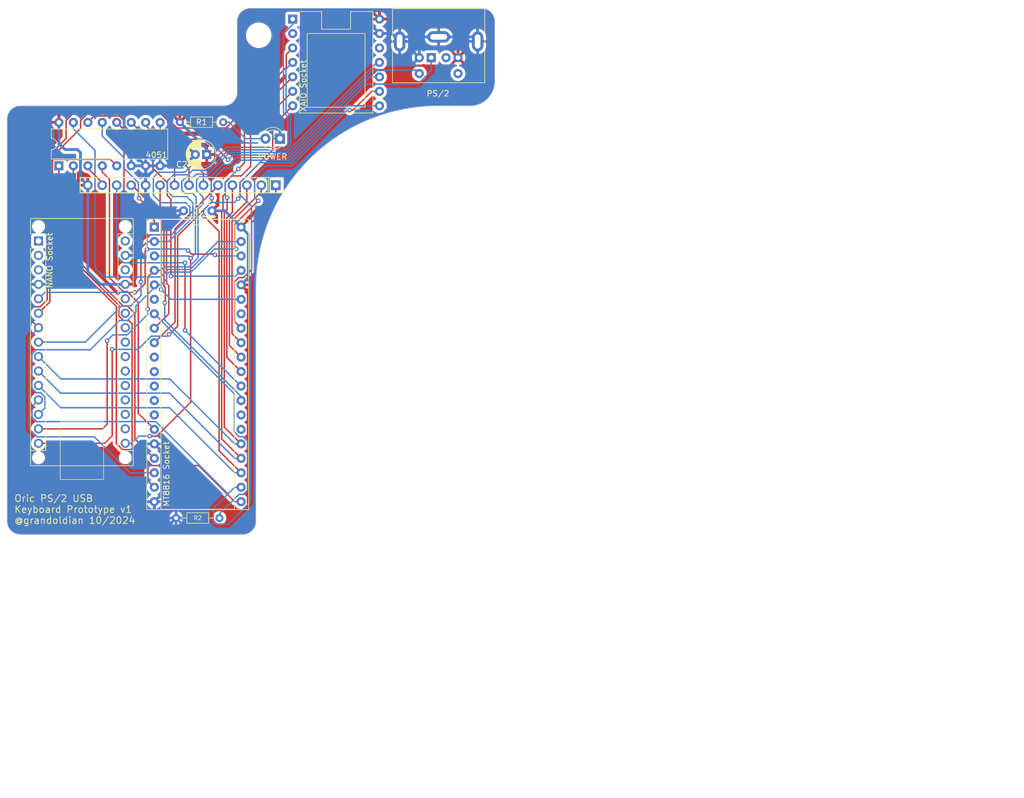
<source format=kicad_pcb>
(kicad_pcb (version 20240108) (generator "pcbnew") (generator_version "8.0")
  (layers (0 "F.Cu" signal) (31 "B.Cu" signal) (34 "B.Paste" user) (35 "F.Paste" user) (36 "B.SilkS" user "B.Silkscreen") (37 "F.SilkS" user "F.Silkscreen") (38 "B.Mask" user) (39 "F.Mask" user) (44 "Edge.Cuts" user))
  (net 0 "")
  (net 1 "GND")
  (net 2 "+5V")
  (net 3 "Net-(PL1-ROW2)")
  (net 4 "ROW0")
  (net 5 "ROW1")
  (net 6 "ROW2")
  (net 7 "ROW3")
  (net 10 "COL0")
  (net 11 "COL1")
  (net 12 "COL2")
  (net 13 "COL3")
  (net 14 "COL4")
  (net 15 "COL5")
  (net 16 "COL6")
  (net 17 "COL7")
  (net 18 "Net-(PL1-ROW1)")
  (net 19 "ROW7")
  (net 20 "PS2-DATA")
  (net 22 "PS2-CLK")
  (net 24 "FLOAT")
  (net 25 "AY2")
  (net 26 "RESET")
  (net 27 "AX3")
  (net 28 "AX0")
  (net 29 "Net-(PL1-ROW0)")
  (net 30 "ROW5")
  (net 31 "STROBE")
  (net 32 "AX1")
  (net 33 "AX2")
  (net 34 "AY0")
  (net 35 "AY1")
  (net 36 "ROW6")
  (net 37 "DATA")
  (net 38 "ROW4")
  (net 61 "COM")
  (net 64 "Net-(D17-A)")
  (footprint "Arduino:Arduino_Nano_WithMountingHoles" (layer "F.Cu") (at 31.82 63.08)
    (property "Reference" "U2" (hide yes))
    (property "Value" "NANO Socket")
  )
  (footprint "MountingHole:MountingHole_4mm" (layer "F.Cu") (at 70.5 26.94)
    (property "Reference" "H1" (hide yes))
    (property "Value" "MountingHole_4mm")
  )
  (footprint "Package_DIP:DIP-40_W15.24mm_Socket" (layer "F.Cu") (at 52.16 60.64)
    (property "Reference" "U1" (hide yes))
    (property "Value" "MT8816 Socket")
  )
  (footprint "LED_THT:LED_D3.0mm" (layer "F.Cu") (at 74.215 45.1 180)
    (property "Reference" "D17" (hide yes))
    (property "Value" "POWER")
  )
  (footprint "Arduino:Connector_Mini-DIN_Female_6Pin_2rows" (layer "F.Cu") (at 100.79 30.87 180)
    (property "Reference" "J3" (hide yes))
    (property "Value" "PS/2")
  )
  (footprint "Package_DIP:DIP-16_W7.62mm" (layer "F.Cu") (at 35.4 49.87 90)
    (property "Reference" "U3" (hide yes))
    (property "Value" "4051")
  )
  (footprint "Resistor_THT:R_Axial_DIN0204_L3.6mm_D1.6mm_P7.62mm_Horizontal" (layer "F.Cu") (at 56.64 42.21)
    (property "Reference" "R1")
    (property "Value" "470R")
  )
  (footprint "Connector_PinHeader_2.54mm:PinHeader_1x14_P2.54mm_Vertical" (layer "F.Cu") (at 73.49 53.28 -90)
    (property "Reference" "PL1" (hide yes))
    (property "Value" "Keyboard")
  )
  (footprint "Arduino:XAIO 14PIN" (layer "F.Cu") (at 76.46 24.09)
    (property "Reference" "U7" (hide yes))
    (property "Value" "XAIO Socket")
  )
  (footprint "Capacitor_THT:CP_Radial_D5.0mm_P2.00mm" (layer "F.Cu") (at 61.36 47.89 180)
    (property "Reference" "C2")
    (property "Value" "47uF" (hide yes))
  )
  (footprint "Capacitor_THT:C_Disc_D4.3mm_W1.9mm_P5.00mm" (layer "F.Cu") (at 57.285 57.78)
    (property "Reference" "C1" (hide yes))
    (property "Value" "47nF" (hide yes))
  )
  (footprint "Resistor_THT:R_Axial_DIN0204_L3.6mm_D1.6mm_P7.62mm_Horizontal" (layer "F.Cu") (at 63.595 111.77 180)
    (property "Reference" "R2" (hide yes))
    (property "Value" "10K" (hide yes))
  )
  (gr_rect (start 39.15 51.95) (end 74.82 54.61) (stroke (width 0.15)) (fill none) (layer "F.SilkS"))
  (gr_line (start 109.630356 22.18) (end 69.02 22.18) (stroke (width 0.1)) (layer "Edge.Cuts"))
  (gr_line (start 66.69 24.51) (end 66.69 36.982441) (stroke (width 0.1)) (layer "Edge.Cuts"))
  (gr_arc (start 66.69 24.51) (mid 67.372441 22.862441) (end 69.02 22.18) (stroke (width 0.1)) (layer "Edge.Cuts"))
  (gr_line (start 70.01 111.37) (end 70.012441 112.352441) (stroke (width 0.1)) (layer "Edge.Cuts"))
  (gr_arc (start 70.01 71.36) (mid 79.382583 48.732583) (end 102.01 39.36) (stroke (width 0.1)) (layer "Edge.Cuts"))
  (gr_arc (start 28.637559 114.682441) (mid 26.99 114) (end 26.307559 112.352441) (stroke (width 0.1)) (layer "Edge.Cuts"))
  (gr_line (start 111.960356 35.009644) (end 111.960356 24.51) (stroke (width 0.1)) (layer "Edge.Cuts"))
  (gr_arc (start 109.630356 22.18) (mid 111.277915 22.862441) (end 111.960356 24.51) (stroke (width 0.1)) (layer "Edge.Cuts"))
  (gr_line (start 70.01 71.36) (end 70.01 111.37) (stroke (width 0.1)) (layer "Edge.Cuts"))
  (gr_arc (start 70.012441 112.352441) (mid 69.33 114) (end 67.682441 114.682441) (stroke (width 0.1)) (layer "Edge.Cuts"))
  (gr_arc (start 26.307559 41.647559) (mid 26.99 40) (end 28.637559 39.317559) (stroke (width 0.1)) (layer "Edge.Cuts"))
  (gr_line (start 28.637559 114.682441) (end 67.682441 114.682441) (stroke (width 0.1)) (layer "Edge.Cuts"))
  (gr_arc (start 111.960356 35.009644) (mid 110.686166 38.08581) (end 107.61 39.36) (stroke (width 0.1)) (layer "Edge.Cuts"))
  (gr_line (start 26.307559 41.647559) (end 26.307559 112.352441) (stroke (width 0.1)) (layer "Edge.Cuts"))
  (gr_arc (start 66.69 36.982441) (mid 66.007559 38.63) (end 64.36 39.312441) (stroke (width 0.1)) (layer "Edge.Cuts"))
  (gr_line (start 64.36 39.312441) (end 28.637559 39.317559) (stroke (width 0.1)) (layer "Edge.Cuts"))
  (gr_line (start 102.01 39.36) (end 107.61 39.36) (stroke (width 0.1)) (layer "Edge.Cuts"))
  (gr_text "Oric PS/2 USB\nKeyboard Prototype v1\n@grandoldian 10/2024" (at 27.5 112.89 0) (layer "F.SilkS") (effects (font (size 1.2 1.2)) (justify left bottom)))
  (segment (start 29.3625 39.5675) (end 26.5576 42.3724) (width 0.5) (layer "B.Cu") (net 1))
  (segment (start 46.85 46.08) (end 46.85 39.575) (width 0.5) (layer "B.Cu") (net 1))
  (segment (start 108.14 27.22) (end 108.94 28.02) (width 0.5) (layer "B.Cu") (net 1))
  (segment (start 26.5576 42.3724) (end 26.5576 70.7) (width 0.5) (layer "B.Cu") (net 1))
  (segment (start 98.68 27.22) (end 96.04 27.22) (width 0.5) (layer "B.Cu") (net 1))
  (segment (start 74.215 45.1) (end 72.9883 45.1) (width 0.25) (layer "B.Cu") (net 1))
  (segment (start 67.47 24.71) (end 67.47 37.53) (width 0.5) (layer "B.Cu") (net 1))
  (segment (start 50.64 49.87) (end 50.64 53.27) (width 0.5) (layer "B.Cu") (net 1))
  (segment (start 72.24 51.33) (end 72.41 51.16) (width 0.4) (layer "B.Cu") (net 1))
  (segment (start 66.94 38.0547) (end 66.7776 38.2171) (width 0.5) (layer "B.Cu") (net 1))
  (segment (start 48.1 49.87) (end 50.64 49.87) (width 0.5) (layer "B.Cu") (net 1))
  (segment (start 52.12 114.432) (end 53.3126 114.432) (width 0.5) (layer "B.Cu") (net 1))
  (segment (start 46.85 39.575) (end 46.84 39.565) (width 0.5) (layer "B.Cu") (net 1))
  (segment (start 69.807565 58.402435) (end 72.24 55.97) (width 0.4) (layer "B.Cu") (net 1))
  (segment (start 50.64 49.87) (end 53.18 49.87) (width 0.5) (layer "B.Cu") (net 1))
  (segment (start 98.69 27.23) (end 98.68 27.22) (width 0.5) (layer "B.Cu") (net 1))
  (segment (start 102.09 27.22) (end 108.14 27.22) (width 0.5) (layer "B.Cu") (net 1))
  (segment (start 63.44 39.5626) (end 46.84 39.565) (width 0.5) (layer "B.Cu") (net 1))
  (segment (start 91.7 26.63) (end 87.5 22.43) (width 0.5) (layer "B.Cu") (net 1))
  (segment (start 90.98 40.98) (end 92.385939 40.623934) (width 0.4) (layer "B.Cu") (net 1))
  (segment (start 26.5576 111.518) (end 29.4724 114.432) (width 0.5) (layer "B.Cu") (net 1))
  (segment (start 53.41 99.99) (end 52.16 98.74) (width 0.5) (layer "B.Cu") (net 1))
  (segment (start 69.807565 109.987565) (end 69.807565 58.402435) (width 0.4) (layer "B.Cu") (net 1))
  (segment (start 93.434937 39.574937) (end 102.17 37.55) (width 0.4) (layer "B.Cu") (net 1))
  (segment (start 96.04 27.22) (end 95.24 28.02) (width 0.5) (layer "B.Cu") (net 1))
  (segment (start 57.285 57.78) (end 50.74 57.78) (width 0.5) (layer "B.Cu") (net 1))
  (segment (start 50.64 49.87) (end 46.85 46.08) (width 0.5) (layer "B.Cu") (net 1))
  (segment (start 91.7 26.63) (end 93.85 26.63) (width 0.5) (layer "B.Cu") (net 1))
  (segment (start 67.47 37.53) (end 66.9453 38.0547) (width 0.5) (layer "B.Cu") (net 1))
  (segment (start 69.75 22.43) (end 67.47 24.71) (width 0.5) (layer "B.Cu") (net 1))
  (segment (start 53.41 107.65) (end 53.41 99.99) (width 0.5) (layer "B.Cu") (net 1))
  (segment (start 48.92 59.63) (end 48.92 65.13) (width 0.5) (layer "B.Cu") (net 1))
  (segment (start 72.9883 44.4278) (end 72.9883 45.1) (width 0.25) (layer "B.Cu") (net 1))
  (segment (start 55.975 111.77) (end 58.687441 114.482441) (width 0.4) (layer "B.Cu") (net 1))
  (segment (start 66.9453 38.0547) (end 66.94 38.0547) (width 0.5) (layer "B.Cu") (net 1))
  (segment (start 65.4321 39.5626) (end 63.44 39.5626) (width 0.5) (layer "B.Cu") (net 1))
  (segment (start 93.85 26.63) (end 95.24 28.02) (width 0.5) (layer "B.Cu") (net 1))
  (segment (start 53.18 49.87) (end 57.38 49.87) (width 0.5) (layer "B.Cu") (net 1))
  (segment (start 87.5 22.43) (end 69.75 22.43) (width 0.5) (layer "B.Cu") (net 1))
  (segment (start 69.81 109.99) (end 69.807565 109.987565) (width 0.4) (layer "B.Cu") (net 1))
  (segment (start 66.7776 38.2171) (end 72.9883 44.4278) (width 0.25) (layer "B.Cu") (net 1))
  (segment (start 102.09 27.22) (end 98.68 27.22) (width 0.5) (layer "B.Cu") (net 1))
  (segment (start 66.7776 38.2171) (end 65.4321 39.5626) (width 0.5) (layer "B.Cu") (net 1))
  (segment (start 72.24 55.97) (end 72.24 51.33) (width 0.4) (layer "B.Cu") (net 1))
  (segment (start 87.98 40.98) (end 90.98 40.98) (width 0.4) (layer "B.Cu") (net 1))
  (segment (start 53.3126 114.432) (end 55.975 111.77) (width 0.5) (layer "B.Cu") (net 1))
  (segment (start 50.63 53.28) (end 50.63 57.67) (width 0.5) (layer "B.Cu") (net 1))
  (segment (start 46.84 39.565) (end 29.3625 39.5675) (width 0.5) (layer "B.Cu") (net 1))
  (segment (start 85.739328 41.929328) (end 87.98 40.98) (width 0.4) (layer "B.Cu") (net 1))
  (segment (start 31.82 70.7) (end 26.5576 70.7) (width 0.5) (layer "B.Cu") (net 1))
  (segment (start 72.41 51.16) (end 76.508657 51.16) (width 0.4) (layer "B.Cu") (net 1))
  (segment (start 92.385939 40.623934) (end 93.434937 39.574937) (width 0.4) (layer "B.Cu") (net 1))
  (segment (start 98.69 30.87) (end 98.69 27.23) (width 0.5) (layer "B.Cu") (net 1))
  (segment (start 48.43 65.62) (end 47.06 65.62) (width 0.5) (layer "B.Cu") (net 1))
  (segment (start 76.508657 51.16) (end 85.739328 41.929328) (width 0.4) (layer "B.Cu") (net 1))
  (segment (start 50.64 53.27) (end 50.63 53.28) (width 0.5) (layer "B.Cu") (net 1))
  (segment (start 52.16 108.9) (end 53.41 107.65) (width 0.5) (layer "B.Cu") (net 1))
  (segment (start 108.94 33.17) (end 108.94 28.02) (width 0.4) (layer "B.Cu") (net 1))
  (segment (start 69.81 111.312441) (end 69.81 109.99) (width 0.4) (layer "B.Cu") (net 1))
  (segment (start 57.38 49.87) (end 59.36 47.89) (width 0.5) (layer "B.Cu") (net 1))
  (segment (start 29.4724 114.432) (end 52.12 114.432) (width 0.5) (layer "B.Cu") (net 1))
  (segment (start 50.74 57.78) (end 50.63 57.67) (width 0.5) (layer "B.Cu") (net 1))
  (segment (start 26.5576 70.7) (end 26.5576 111.518) (width 0.5) (layer "B.Cu") (net 1))
  (segment (start 50.63 57.92) (end 48.92 59.63) (width 0.5) (layer "B.Cu") (net 1))
  (segment (start 52.16 108.9) (end 52.16 114.392) (width 0.5) (layer "B.Cu") (net 1))
  (segment (start 48.92 65.13) (end 48.43 65.62) (width 0.5) (layer "B.Cu") (net 1))
  (segment (start 66.64 114.482441) (end 69.81 111.312441) (width 0.4) (layer "B.Cu") (net 1))
  (segment (start 58.687441 114.482441) (end 66.64 114.482441) (width 0.4) (layer "B.Cu") (net 1))
  (segment (start 103.67 37.55) (end 108.94 33.17) (width 0.4) (layer "B.Cu") (net 1))
  (segment (start 102.17 37.55) (end 103.67 37.55) (width 0.4) (layer "B.Cu") (net 1))
  (segment (start 50.63 57.67) (end 50.63 57.92) (width 0.5) (layer "B.Cu") (net 1))
  (segment (start 52.16 114.392) (end 52.12 114.432) (width 0.5) (layer "B.Cu") (net 1))
  (segment (start 64.2565 39.5671) (end 64.2586 39.5691) (width 0.5) (layer "F.Cu") (net 2))
  (segment (start 91.202943 33.05) (end 96.56 33.05) (width 0.4) (layer "F.Cu") (net 2))
  (segment (start 56.64 42.21) (end 56.64 39.6771) (width 0.5) (layer "F.Cu") (net 2))
  (segment (start 68.64 79.73) (end 68.65 79.74) (width 0.5) (layer "F.Cu") (net 2))
  (segment (start 103.88 24.09) (end 105.49 25.7) (width 0.5) (layer "F.Cu") (net 2))
  (segment (start 66.6876 114.432) (end 29.61 114.432) (width 0.5) (layer "F.Cu") (net 2))
  (segment (start 56.75 39.5671) (end 64.2565 39.5671) (width 0.5) (layer "F.Cu") (net 2))
  (segment (start 67.06 25.13) (end 69.76 22.43) (width 0.5) (layer "F.Cu") (net 2))
  (segment (start 86.28 37.99) (end 86.28 37.972943) (width 0.4) (layer "F.Cu") (net 2))
  (segment (start 72.2 52.07) (end 86.28 37.99) (width 0.4) (layer "F.Cu") (net 2))
  (segment (start 105.49 25.7) (end 105.49 30.87) (width 0.5) (layer "F.Cu") (net 2))
  (segment (start 26.5576 42.3224) (end 29.24 39.64) (width 0.5) (layer "F.Cu") (net 2))
  (segment (start 68.65 72.05) (end 68.65 79.72) (width 0.5) (layer "F.Cu") (net 2))
  (segment (start 86.28 37.972943) (end 91.202943 33.05) (width 0.4) (layer "F.Cu") (net 2))
  (segment (start 26.5576 111.38) (end 26.5576 42.3224) (width 0.5) (layer "F.Cu") (net 2))
  (segment (start 29.24 39.64) (end 35.3771 39.64) (width 0.5) (layer "F.Cu") (net 2))
  (segment (start 90.04 22.43) (end 91.7 24.09) (width 0.5) (layer "F.Cu") (net 2))
  (segment (start 68.65 79.74) (end 68.65 112.47) (width 0.5) (layer "F.Cu") (net 2))
  (segment (start 65.4255 39.5691) (end 67.06 37.9346) (width 0.5) (layer "F.Cu") (net 2))
  (segment (start 56.64 39.6771) (end 56.75 39.5671) (width 0.5) (layer "F.Cu") (net 2))
  (segment (start 68.65 112.47) (end 66.6876 114.432) (width 0.5) (layer "F.Cu") (net 2))
  (segment (start 35.3771 39.64) (end 35.45 39.5671) (width 0.5) (layer "F.Cu") (net 2))
  (segment (start 35.45 39.5671) (end 56.75 39.5671) (width 0.5) (layer "F.Cu") (net 2))
  (segment (start 72.2 55.84) (end 72.2 52.07) (width 0.4) (layer "F.Cu") (net 2))
  (segment (start 104.08 32.28) (end 105.49 30.87) (width 0.4) (layer "F.Cu") (net 2))
  (segment (start 67.06 37.9346) (end 67.06 25.13) (width 0.5) (layer "F.Cu") (net 2))
  (segment (start 96.56 33.05) (end 97.33 32.28) (width 0.4) (layer "F.Cu") (net 2))
  (segment (start 69.76 22.43) (end 90.04 22.43) (width 0.5) (layer "F.Cu") (net 2))
  (segment (start 67.4 60.64) (end 72.2 55.84) (width 0.4) (layer "F.Cu") (net 2))
  (segment (start 97.33 32.28) (end 104.08 32.28) (width 0.4) (layer "F.Cu") (net 2))
  (segment (start 35.4 39.6171) (end 35.45 39.5671) (width 0.5) (layer "F.Cu") (net 2))
  (segment (start 35.4 42.25) (end 35.4 39.6171) (width 0.5) (layer "F.Cu") (net 2))
  (segment (start 68.65 79.72) (end 68.64 79.73) (width 0.5) (layer "F.Cu") (net 2))
  (segment (start 29.61 114.432) (end 26.5576 111.38) (width 0.5) (layer "F.Cu") (net 2))
  (segment (start 91.7 24.09) (end 103.88 24.09) (width 0.5) (layer "F.Cu") (net 2))
  (segment (start 67.4 70.8) (end 68.65 72.05) (width 0.5) (layer "F.Cu") (net 2))
  (segment (start 64.2586 39.5691) (end 65.4255 39.5691) (width 0.5) (layer "F.Cu") (net 2))
  (segment (start 62.285 57.78) (end 64.54 57.78) (width 0.5) (layer "B.Cu") (net 2))
  (segment (start 40.47 53.28) (end 39.19 52) (width 0.5) (layer "B.Cu") (net 2))
  (segment (start 68.65 61.89) (end 67.4 60.64) (width 0.5) (layer "B.Cu") (net 2))
  (segment (start 64.54 57.78) (end 67.4 60.64) (width 0.5) (layer "B.Cu") (net 2))
  (segment (start 40.47 53.28) (end 40.47 68.44) (width 0.5) (layer "B.Cu") (net 2))
  (segment (start 61.36 46.93) (end 56.64 42.21) (width 0.5) (layer "B.Cu") (net 2))
  (segment (start 67.4 70.8) (end 68.65 69.55) (width 0.5) (layer "B.Cu") (net 2))
  (segment (start 40.47 68.44) (end 42.73 70.7) (width 0.5) (layer "B.Cu") (net 2))
  (segment (start 39.19 47.56) (end 38.64 47.01) (width 0.5) (layer "B.Cu") (net 2))
  (segment (start 42.73 70.7) (end 47.06 70.7) (width 0.5) (layer "B.Cu") (net 2))
  (segment (start 36.46 47.01) (end 35.4 45.95) (width 0.5) (layer "B.Cu") (net 2))
  (segment (start 35.4 45.95) (end 35.4 42.25) (width 0.5) (layer "B.Cu") (net 2))
  (segment (start 61.36 47.89) (end 61.36 46.93) (width 0.5) (layer "B.Cu") (net 2))
  (segment (start 39.19 52) (end 39.19 47.56) (width 0.5) (layer "B.Cu") (net 2))
  (segment (start 68.65 69.55) (end 68.65 61.89) (width 0.5) (layer "B.Cu") (net 2))
  (segment (start 38.64 47.01) (end 36.46 47.01) (width 0.5) (layer "B.Cu") (net 2))
  (segment (start 53.18 43.59) (end 53.18 42.25) (width 0.25) (layer "F.Cu") (net 3))
  (segment (start 60.79 53.28) (end 60.79 51.2) (width 0.25) (layer "F.Cu") (net 3))
  (segment (start 60.79 51.2) (end 53.18 43.59) (width 0.25) (layer "F.Cu") (net 3))
  (segment (start 49.48 55.57) (end 49.48 55.59) (width 0.25) (layer "F.Cu") (net 4))
  (segment (start 53.3518 59.4618) (end 53.3518 71.6092) (width 0.25) (layer "F.Cu") (net 4))
  (segment (start 49.48 55.59) (end 53.3518 59.4618) (width 0.25) (layer "F.Cu") (net 4))
  (via (at 49.48 55.57) (size 0.8) (drill 0.4) (layers "F.Cu" "B.Cu") (net 4))
  (via (at 53.3518 71.6092) (size 0.8) (drill 0.4) (layers "F.Cu" "B.Cu") (net 4))
  (segment (start 49.36 52.8431) (end 46.83 50.3131) (width 0.25) (layer "B.Cu") (net 4))
  (segment (start 67.4 73.34) (end 55.0826 73.34) (width 0.25) (layer "B.Cu") (net 4))
  (segment (start 49.48 55.57) (end 49.36 55.45) (width 0.25) (layer "B.Cu") (net 4))
  (segment (start 46.83 48.4552) (end 43.02 44.6452) (width 0.25) (layer "B.Cu") (net 4))
  (segment (start 46.83 50.3131) (end 46.83 48.4552) (width 0.25) (layer "B.Cu") (net 4))
  (segment (start 43.02 44.6452) (end 43.02 42.25) (width 0.25) (layer "B.Cu") (net 4))
  (segment (start 49.36 55.45) (end 49.36 52.8431) (width 0.25) (layer "B.Cu") (net 4))
  (segment (start 55.0826 73.34) (end 53.3518 71.6092) (width 0.25) (layer "B.Cu") (net 4))
  (segment (start 41.6067 41.1233) (end 46.0408 41.1233) (width 0.25) (layer "F.Cu") (net 5))
  (segment (start 40.48 42.25) (end 41.6067 41.1233) (width 0.25) (layer "F.Cu") (net 5))
  (segment (start 51.91 50.3131) (end 54.44 52.8431) (width 0.25) (layer "F.Cu") (net 5))
  (segment (start 46.8298 41.9123) (end 46.8298 42.7698) (width 0.25) (layer "F.Cu") (net 5))
  (segment (start 55.0674 55.7174) (end 55.0674 69.2715) (width 0.25) (layer "F.Cu") (net 5))
  (segment (start 46.8298 42.7698) (end 51.91 47.85) (width 0.25) (layer "F.Cu") (net 5))
  (segment (start 54.44 55.09) (end 55.0674 55.7174) (width 0.25) (layer "F.Cu") (net 5))
  (segment (start 51.91 47.85) (end 51.91 50.3131) (width 0.25) (layer "F.Cu") (net 5))
  (segment (start 54.44 52.8431) (end 54.44 55.09) (width 0.25) (layer "F.Cu") (net 5))
  (segment (start 46.0408 41.1233) (end 46.8298 41.9123) (width 0.25) (layer "F.Cu") (net 5))
  (via (at 55.0674 69.2715) (size 0.8) (drill 0.4) (layers "F.Cu" "B.Cu") (net 5))
  (segment (start 66.3885 69.2715) (end 55.0674 69.2715) (width 0.25) (layer "B.Cu") (net 5))
  (segment (start 67.4 68.26) (end 66.3885 69.2715) (width 0.25) (layer "B.Cu") (net 5))
  (segment (start 63.3434 63.18) (end 58.4303 68.0931) (width 0.25) (layer "B.Cu") (net 6))
  (segment (start 43.3177 69.4077) (end 41.74 67.83) (width 0.25) (layer "B.Cu") (net 6))
  (segment (start 37.94 43.3767) (end 37.94 42.25) (width 0.25) (layer "B.Cu") (net 6))
  (segment (start 41.74 67.83) (end 41.74 47.1767) (width 0.25) (layer "B.Cu") (net 6))
  (segment (start 41.74 47.1767) (end 37.94 43.3767) (width 0.25) (layer "B.Cu") (net 6))
  (segment (start 58.4303 68.0931) (end 54.5794 68.0931) (width 0.25) (layer "B.Cu") (net 6))
  (segment (start 54.5794 68.0931) (end 53.2648 69.4077) (width 0.25) (layer "B.Cu") (net 6))
  (segment (start 53.2648 69.4077) (end 43.3177 69.4077) (width 0.25) (layer "B.Cu") (net 6))
  (segment (start 67.4 63.18) (end 63.3434 63.18) (width 0.25) (layer "B.Cu") (net 6))
  (segment (start 52.16 59.5133) (end 52.16 60.64) (width 0.25) (layer "F.Cu") (net 7))
  (segment (start 46.83 54.1833) (end 52.16 59.5133) (width 0.25) (layer "F.Cu") (net 7))
  (segment (start 45.56 42.25) (end 46.3798 43.0698) (width 0.25) (layer "F.Cu") (net 7))
  (segment (start 46.3798 43.111196) (end 46.83 43.561396) (width 0.25) (layer "F.Cu") (net 7))
  (segment (start 46.3798 43.0698) (end 46.3798 43.111196) (width 0.25) (layer "F.Cu") (net 7))
  (segment (start 46.83 43.561396) (end 46.83 54.1833) (width 0.25) (layer "F.Cu") (net 7))
  (segment (start 66.2525 70.2586) (end 66.9811 69.53) (width 0.25) (layer "F.Cu") (net 10))
  (segment (start 69.2559 59.8535) (end 73.49 55.6194) (width 0.25) (layer "F.Cu") (net 10))
  (segment (start 67.8079 69.53) (end 69.2559 68.082) (width 0.25) (layer "F.Cu") (net 10))
  (segment (start 67.4 78.42) (end 66.2525 77.2725) (width 0.25) (layer "F.Cu") (net 10))
  (segment (start 66.2525 77.2725) (end 66.2525 70.2586) (width 0.25) (layer "F.Cu") (net 10))
  (segment (start 66.9811 69.53) (end 67.8079 69.53) (width 0.25) (layer "F.Cu") (net 10))
  (segment (start 69.2559 68.082) (end 69.2559 59.8535) (width 0.25) (layer "F.Cu") (net 10))
  (segment (start 73.49 55.6194) (end 73.49 53.28) (width 0.25) (layer "F.Cu") (net 10))
  (segment (start 65.8008 79.3608) (end 65.8008 59.6059) (width 0.25) (layer "F.Cu") (net 11))
  (segment (start 70.95 54.4567) (end 70.95 53.28) (width 0.25) (layer "F.Cu") (net 11))
  (segment (start 67.4 80.96) (end 65.8008 79.3608) (width 0.25) (layer "F.Cu") (net 11))
  (segment (start 65.8008 59.6059) (end 70.95 54.4567) (width 0.25) (layer "F.Cu") (net 11))
  (segment (start 68.41 56.1815) (end 68.41 53.28) (width 0.25) (layer "F.Cu") (net 12))
  (segment (start 65.3461 59.2454) (end 68.41 56.1815) (width 0.25) (layer "F.Cu") (net 12))
  (segment (start 67.4 83.5) (end 65.3461 81.4461) (width 0.25) (layer "F.Cu") (net 12))
  (segment (start 65.3461 81.4461) (end 65.3461 59.2454) (width 0.25) (layer "F.Cu") (net 12))
  (segment (start 65.87 58.0528) (end 64.8929 59.0299) (width 0.25) (layer "F.Cu") (net 13))
  (segment (start 64.8929 83.5329) (end 67.4 86.04) (width 0.25) (layer "F.Cu") (net 13))
  (segment (start 65.87 53.28) (end 65.87 58.0528) (width 0.25) (layer "F.Cu") (net 13))
  (segment (start 64.8929 59.0299) (end 64.8929 83.5329) (width 0.25) (layer "F.Cu") (net 13))
  (segment (start 57.5457 78.7886) (end 57.5457 66.9146) (width 0.25) (layer "F.Cu") (net 14))
  (via (at 57.5457 66.9146) (size 0.8) (drill 0.4) (layers "F.Cu" "B.Cu") (net 14))
  (via (at 57.5457 78.7886) (size 0.8) (drill 0.4) (layers "F.Cu" "B.Cu") (net 14))
  (segment (start 45.55 53.28) (end 45.55 65.7126) (width 0.25) (layer "B.Cu") (net 14))
  (segment (start 67.3371 88.58) (end 57.5457 78.7886) (width 0.25) (layer "B.Cu") (net 14))
  (segment (start 45.55 65.7126) (end 46.752 66.9146) (width 0.25) (layer "B.Cu") (net 14))
  (segment (start 46.752 66.9146) (end 57.5457 66.9146) (width 0.25) (layer "B.Cu") (net 14))
  (segment (start 67.4 88.58) (end 67.3371 88.58) (width 0.25) (layer "B.Cu") (net 14))
  (segment (start 54.0786 71.2825) (end 54.0786 73.8458) (width 0.25) (layer "F.Cu") (net 15))
  (segment (start 48.09 53.28) (end 48.23 53.28) (width 0.25) (layer "F.Cu") (net 15))
  (segment (start 48.23 53.28) (end 53.8534 58.9034) (width 0.25) (layer "F.Cu") (net 15))
  (segment (start 53.8534 71.0573) (end 54.0786 71.2825) (width 0.25) (layer "F.Cu") (net 15))
  (segment (start 54.0786 73.8458) (end 53.9788 73.9456) (width 0.25) (layer "F.Cu") (net 15))
  (segment (start 53.8534 58.9034) (end 53.8534 71.0573) (width 0.25) (layer "F.Cu") (net 15))
  (via (at 53.9788 73.9456) (size 0.8) (drill 0.4) (layers "F.Cu" "B.Cu") (net 15))
  (segment (start 67.4 90.4158) (end 53.9788 76.9946) (width 0.25) (layer "B.Cu") (net 15))
  (segment (start 53.9788 76.9946) (end 53.9788 73.9456) (width 0.25) (layer "B.Cu") (net 15))
  (segment (start 67.4 91.12) (end 67.4 90.4158) (width 0.25) (layer "B.Cu") (net 15))
  (segment (start 53.17 53.28) (end 53.17 56.9652) (width 0.25) (layer "F.Cu") (net 16))
  (segment (start 54.7055 75.8745) (end 52.16 78.42) (width 0.25) (layer "F.Cu") (net 16))
  (segment (start 54.7055 70.9273) (end 54.7055 75.8745) (width 0.25) (layer "F.Cu") (net 16))
  (segment (start 54.3051 70.5269) (end 54.7055 70.9273) (width 0.25) (layer "F.Cu") (net 16))
  (segment (start 53.17 56.9652) (end 54.3051 58.1003) (width 0.25) (layer "F.Cu") (net 16))
  (segment (start 54.3051 58.1003) (end 54.3051 70.5269) (width 0.25) (layer "F.Cu") (net 16))
  (segment (start 52.16 80.96) (end 55.7969 77.3231) (width 0.25) (layer "F.Cu") (net 17))
  (segment (start 55.7969 77.3231) (end 55.7969 60.9531) (width 0.25) (layer "F.Cu") (net 17))
  (segment (start 55.7969 60.9531) (end 63.33 53.42) (width 0.25) (layer "F.Cu") (net 17))
  (segment (start 63.33 53.42) (end 63.33 53.28) (width 0.25) (layer "F.Cu") (net 17))
  (segment (start 58.25 53.28) (end 58.25 50.4) (width 0.25) (layer "F.Cu") (net 18))
  (segment (start 58.25 50.4) (end 50.64 42.79) (width 0.25) (layer "F.Cu") (net 18))
  (segment (start 50.64 42.79) (end 50.64 42.25) (width 0.25) (layer "F.Cu") (net 18))
  (segment (start 44.2801 52.2568) (end 43.02 50.9967) (width 0.25) (layer "F.Cu") (net 19))
  (segment (start 46.7127 71.97) (end 44.2801 69.5374) (width 0.25) (layer "F.Cu") (net 19))
  (segment (start 52.16 96.2) (end 49.3422 93.3822) (width 0.25) (layer "F.Cu") (net 19))
  (segment (start 44.2801 69.5374) (end 44.2801 52.2568) (width 0.25) (layer "F.Cu") (net 19))
  (segment (start 49.3422 93.3822) (end 49.3422 73.9287) (width 0.25) (layer "F.Cu") (net 19))
  (segment (start 49.3422 73.9287) (end 47.3835 71.97) (width 0.25) (layer "F.Cu") (net 19))
  (segment (start 47.3835 71.97) (end 46.7127 71.97) (width 0.25) (layer "F.Cu") (net 19))
  (segment (start 43.02 50.9967) (end 43.02 49.87) (width 0.25) (layer "F.Cu") (net 19))
  (segment (start 54.822347 79.497653) (end 54.752347 79.497653) (width 0.25) (layer "F.Cu") (net 20))
  (segment (start 44.76 82.13) (end 44.76 97.32) (width 0.25) (layer "F.Cu") (net 20))
  (segment (start 62.24 55.54) (end 62.24 56.2126) (width 0.25) (layer "F.Cu") (net 20))
  (segment (start 56.2513 62.2013) (end 56.2513 78.0687) (width 0.25) (layer "F.Cu") (net 20))
  (segment (start 62.24 56.2126) (end 56.2513 62.2013) (width 0.25) (layer "F.Cu") (net 20))
  (segment (start 44.76 97.32) (end 43.44 98.64) (width 0.25) (layer "F.Cu") (net 20))
  (segment (start 56.2513 78.0687) (end 54.822347 79.497653) (width 0.25) (layer "F.Cu") (net 20))
  (segment (start 43.44 98.64) (end 31.82 98.64) (width 0.25) (layer "F.Cu") (net 20))
  (via (at 54.752347 79.497653) (size 0.8) (drill 0.4) (layers "F.Cu" "B.Cu") (net 20))
  (via (at 44.76 82.13) (size 0.8) (drill 0.4) (layers "F.Cu" "B.Cu") (net 20))
  (via (at 62.24 55.54) (size 0.8) (drill 0.4) (layers "F.Cu" "B.Cu") (net 20))
  (segment (start 51.6177 79.815) (end 49.3027 82.13) (width 0.25) (layer "B.Cu") (net 20))
  (segment (start 65.7 50.24) (end 64.43 50.24) (width 0.25) (layer "B.Cu") (net 20))
  (segment (start 67.0584 48.8816) (end 65.7 50.24) (width 0.25) (layer "B.Cu") (net 20))
  (segment (start 89.355584 35.52) (end 75.993984 48.8816) (width 0.25) (layer "B.Cu") (net 20))
  (segment (start 62.155 52.515) (end 62.155 55.455) (width 0.25) (layer "B.Cu") (net 20))
  (segment (start 54.752347 79.497653) (end 54.435 79.815) (width 0.25) (layer "B.Cu") (net 20))
  (segment (start 100.79 33.1757) (end 98.4457 35.52) (width 0.25) (layer "B.Cu") (net 20))
  (segment (start 100.79 30.87) (end 100.79 33.1757) (width 0.25) (layer "B.Cu") (net 20))
  (segment (start 75.993984 48.8816) (end 67.0584 48.8816) (width 0.25) (layer "B.Cu") (net 20))
  (segment (start 98.4457 35.52) (end 89.355584 35.52) (width 0.25) (layer "B.Cu") (net 20))
  (segment (start 64.43 50.24) (end 62.155 52.515) (width 0.25) (layer "B.Cu") (net 20))
  (segment (start 54.435 79.815) (end 51.6177 79.815) (width 0.25) (layer "B.Cu") (net 20))
  (segment (start 49.3027 82.13) (end 44.76 82.13) (width 0.25) (layer "B.Cu") (net 20))
  (segment (start 62.155 55.455) (end 62.24 55.54) (width 0.25) (layer "B.Cu") (net 20))
  (segment (start 61.5159 45.2259) (end 57.4244 45.2259) (width 0.25) (layer "F.Cu") (net 22))
  (segment (start 33.8067 73.7933) (end 31.82 75.78) (width 0.25) (layer "F.Cu") (net 22))
  (segment (start 54.4951 41.898) (end 53.2639 40.6668) (width 0.25) (layer "F.Cu") (net 22))
  (segment (start 57.4244 45.2259) (end 54.4951 42.2966) (width 0.25) (layer "F.Cu") (net 22))
  (segment (start 53.2639 40.6668) (end 40.4612 40.6668) (width 0.25) (layer "F.Cu") (net 22))
  (segment (start 54.4951 42.2966) (end 54.4951 41.898) (width 0.25) (layer "F.Cu") (net 22))
  (segment (start 33.8067 48.7016) (end 33.8067 73.7933) (width 0.25) (layer "F.Cu") (net 22))
  (segment (start 40.4612 40.6668) (end 39.21 41.918) (width 0.25) (layer "F.Cu") (net 22))
  (segment (start 65.095247 48.805247) (end 61.5159 45.2259) (width 0.25) (layer "F.Cu") (net 22))
  (segment (start 39.21 43.2983) (end 33.8067 48.7016) (width 0.25) (layer "F.Cu") (net 22))
  (segment (start 65.115247 48.805247) (end 65.095247 48.805247) (width 0.25) (layer "F.Cu") (net 22))
  (segment (start 39.21 41.918) (end 39.21 43.2983) (width 0.25) (layer "F.Cu") (net 22))
  (via (at 65.115247 48.805247) (size 0.8) (drill 0.4) (layers "F.Cu" "B.Cu") (net 22))
  (segment (start 65.115247 48.805247) (end 65.942094 47.9784) (width 0.25) (layer "B.Cu") (net 22))
  (segment (start 75.624392 47.9784) (end 90.536592 33.0662) (width 0.25) (layer "B.Cu") (net 22))
  (segment (start 90.536592 33.0662) (end 98.0862 33.0662) (width 0.25) (layer "B.Cu") (net 22))
  (segment (start 98.0862 33.0662) (end 98.69 33.67) (width 0.25) (layer "B.Cu") (net 22))
  (segment (start 65.942094 47.9784) (end 75.624392 47.9784) (width 0.25) (layer "B.Cu") (net 22))
  (segment (start 66.21 89.93) (end 52.16 75.88) (width 0.25) (layer "B.Cu") (net 24))
  (segment (start 66.21 96.6613) (end 66.21 89.93) (width 0.25) (layer "B.Cu") (net 24))
  (segment (start 67.7432 97.47) (end 67.0187 97.47) (width 0.25) (layer "B.Cu") (net 24))
  (segment (start 67.0038 107.63) (end 67.7645 107.63) (width 0.25) (layer "B.Cu") (net 24))
  (segment (start 68.5555 106.839) (end 68.5555 98.2823) (width 0.25) (layer "B.Cu") (net 24))
  (segment (start 67.0187 97.47) (end 66.21 96.6613) (width 0.25) (layer "B.Cu") (net 24))
  (segment (start 63.595 111.77) (end 63.595 111.0388) (width 0.25) (layer "B.Cu") (net 24))
  (segment (start 63.595 111.0388) (end 67.0038 107.63) (width 0.25) (layer "B.Cu") (net 24))
  (segment (start 68.5555 98.2823) (end 67.7432 97.47) (width 0.25) (layer "B.Cu") (net 24))
  (segment (start 67.7645 107.63) (end 68.5555 106.839) (width 0.25) (layer "B.Cu") (net 24))
  (segment (start 50.99 63.18) (end 52.16 63.18) (width 0.25) (layer "F.Cu") (net 25))
  (segment (start 49.81 70.28) (end 49.81 64.36) (width 0.25) (layer "F.Cu") (net 25))
  (segment (start 49.81 64.36) (end 50.99 63.18) (width 0.25) (layer "F.Cu") (net 25))
  (via (at 49.81 70.28) (size 0.8) (drill 0.4) (layers "F.Cu" "B.Cu") (net 25))
  (segment (start 46.38 74.51) (end 40.03 80.86) (width 0.25) (layer "B.Cu") (net 25))
  (segment (start 55.39 55.28) (end 57.85 55.28) (width 0.25) (layer "B.Cu") (net 25))
  (segment (start 75.2887 40.3037) (end 76.06 41.075) (width 0.25) (layer "B.Cu") (net 25))
  (segment (start 40.03 80.86) (end 31.82 80.86) (width 0.25) (layer "B.Cu") (net 25))
  (segment (start 47.9775 74.51) (end 46.38 74.51) (width 0.25) (layer "B.Cu") (net 25))
  (segment (start 75.2887 32.8813) (end 75.2887 40.3037) (width 0.25) (layer "B.Cu") (net 25))
  (segment (start 49.81 70.28) (end 49.82 70.29) (width 0.25) (layer "B.Cu") (net 25))
  (segment (start 65.180393 47.0784) (end 61.619397 50.639397) (width 0.25) (layer "B.Cu") (net 25))
  (segment (start 75.2516 47.0784) (end 65.180393 47.0784) (width 0.25) (layer "B.Cu") (net 25))
  (segment (start 58.93 56.36) (end 58.93 57.84) (width 0.25) (layer "B.Cu") (net 25))
  (segment (start 57.85 55.28) (end 58.93 56.36) (width 0.25) (layer "B.Cu") (net 25))
  (segment (start 61.619397 50.639397) (end 58.890603 50.639397) (width 0.25) (layer "B.Cu") (net 25))
  (segment (start 58.93 58.93) (end 54.68 63.18) (width 0.25) (layer "B.Cu") (net 25))
  (segment (start 54.46 52.529999) (end 54.46 54.35) (width 0.25) (layer "B.Cu") (net 25))
  (segment (start 58.890603 50.639397) (end 58.07 51.46) (width 0.25) (layer "B.Cu") (net 25))
  (segment (start 54.46 54.35) (end 55.39 55.28) (width 0.25) (layer "B.Cu") (net 25))
  (segment (start 76.06 41.075) (end 76.06 46.27) (width 0.25) (layer "B.Cu") (net 25))
  (segment (start 76.06 46.27) (end 75.2516 47.0784) (width 0.25) (layer "B.Cu") (net 25))
  (segment (start 49.82 70.29) (end 49.82 72.6675) (width 0.25) (layer "B.Cu") (net 25))
  (segment (start 58.93 56.95) (end 58.93 58.93) (width 0.25) (layer "B.Cu") (net 25))
  (segment (start 54.68 63.18) (end 52.16 63.18) (width 0.25) (layer "B.Cu") (net 25))
  (segment (start 58.07 51.46) (end 55.529999 51.46) (width 0.25) (layer "B.Cu") (net 25))
  (segment (start 55.529999 51.46) (end 54.46 52.529999) (width 0.25) (layer "B.Cu") (net 25))
  (segment (start 76.46 31.71) (end 75.2887 32.8813) (width 0.25) (layer "B.Cu") (net 25))
  (segment (start 49.82 72.6675) (end 47.9775 74.51) (width 0.25) (layer "B.Cu") (net 25))
  (segment (start 58.5309 91.4326) (end 52.5856 97.3779) (width 0.25) (layer "F.Cu") (net 26))
  (segment (start 58.547996 66.1137) (end 58.5309 66.130796) (width 0.25) (layer "F.Cu") (net 26))
  (segment (start 58.5309 66.130796) (end 58.5309 91.4326) (width 0.25) (layer "F.Cu") (net 26))
  (segment (start 52.5856 97.3779) (end 51.3483 97.3779) (width 0.25) (layer "F.Cu") (net 26))
  (via (at 58.547996 66.1137) (size 0.8) (drill 0.4) (layers "F.Cu" "B.Cu") (net 26))
  (via (at 51.3483 97.3779) (size 0.8) (drill 0.4) (layers "F.Cu" "B.Cu") (net 26))
  (segment (start 59.522406 51.357594) (end 58.97 51.91) (width 0.25) (layer "B.Cu") (net 26))
  (segment (start 59.49 57.172804) (end 59.3802 57.282604) (width 0.25) (layer "B.Cu") (net 26))
  (segment (start 58.84 54.7) (end 59.49 55.35) (width 0.25) (layer "B.Cu") (net 26))
  (segment (start 59.3802 65.281496) (end 58.547996 66.1137) (width 0.25) (layer "B.Cu") (net 26))
  (segment (start 49.4488 97.3779) (end 51.3483 97.3779) (width 0.25) (layer "B.Cu") (net 26))
  (segment (start 91.7 31.71) (end 91.256396 31.71) (width 0.25) (layer "B.Cu") (net 26))
  (segment (start 57.69 51.91) (end 56.98 52.62) (width 0.25) (layer "B.Cu") (net 26))
  (segment (start 56.98 52.62) (end 56.98 54.14) (width 0.25) (layer "B.Cu") (net 26))
  (segment (start 59.3802 57.282604) (end 59.3802 65.281496) (width 0.25) (layer "B.Cu") (net 26))
  (segment (start 65.366788 47.5284) (end 61.537594 51.357594) (width 0.25) (layer "B.Cu") (net 26))
  (segment (start 47.06 98.64) (end 48.1867 98.64) (width 0.25) (layer "B.Cu") (net 26))
  (segment (start 58.97 51.91) (end 57.69 51.91) (width 0.25) (layer "B.Cu") (net 26))
  (segment (start 61.537594 51.357594) (end 59.522406 51.357594) (width 0.25) (layer "B.Cu") (net 26))
  (segment (start 58.547996 66.1137) (end 58.154296 65.72) (width 0.25) (layer "B.Cu") (net 26))
  (segment (start 75.437996 47.5284) (end 65.366788 47.5284) (width 0.25) (layer "B.Cu") (net 26))
  (segment (start 58.154296 65.72) (end 52.16 65.72) (width 0.25) (layer "B.Cu") (net 26))
  (segment (start 91.256396 31.71) (end 75.437996 47.5284) (width 0.25) (layer "B.Cu") (net 26))
  (segment (start 59.49 55.35) (end 59.49 57.172804) (width 0.25) (layer "B.Cu") (net 26))
  (segment (start 57.54 54.7) (end 58.84 54.7) (width 0.25) (layer "B.Cu") (net 26))
  (segment (start 56.98 54.14) (end 57.54 54.7) (width 0.25) (layer "B.Cu") (net 26))
  (segment (start 48.1867 98.64) (end 49.4488 97.3779) (width 0.25) (layer "B.Cu") (net 26))
  (segment (start 43.04 96.1) (end 31.82 96.1) (width 0.25) (layer "F.Cu") (net 27))
  (segment (start 43.87 95.27) (end 43.04 96.1) (width 0.25) (layer "F.Cu") (net 27))
  (segment (start 50.9929 69.4271) (end 50.9929 75.0324) (width 0.25) (layer "F.Cu") (net 27))
  (segment (start 52.16 68.26) (end 50.9929 69.4271) (width 0.25) (layer "F.Cu") (net 27))
  (segment (start 43.87 80.61) (end 43.87 95.27) (width 0.25) (layer "F.Cu") (net 27))
  (via (at 43.87 80.61) (size 0.8) (drill 0.4) (layers "F.Cu" "B.Cu") (net 27))
  (via (at 50.9929 75.0324) (size 0.8) (drill 0.4) (layers "F.Cu" "B.Cu") (net 27))
  (segment (start 59.58 52.35) (end 59.58 54.25) (width 0.25) (layer "B.Cu") (net 27))
  (segment (start 53.9053 67.6414) (end 53.2867 68.26) (width 0.25) (layer "B.Cu") (net 27))
  (segment (start 47.393 79.59) (end 50.9928 75.9902) (width 0.25) (layer "B.Cu") (net 27))
  (segment (start 75.810788 48.4284) (end 66.5174 48.4284) (width 0.25) (layer "B.Cu") (net 27))
  (segment (start 62.05 51.807594) (end 60.122406 51.807594) (width 0.25) (layer "B.Cu") (net 27))
  (segment (start 44.89 79.59) (end 47.393 79.59) (width 0.25) (layer "B.Cu") (net 27))
  (segment (start 59.58 54.25) (end 60.7046 55.3746) (width 0.25) (layer "B.Cu") (net 27))
  (segment (start 65.2679 49.6779) (end 64.179694 49.6779) (width 0.25) (layer "B.Cu") (net 27))
  (segment (start 60.7046 55.3746) (end 60.7046 56.5946) (width 0.25) (layer "B.Cu") (net 27))
  (segment (start 60.122406 51.807594) (end 59.58 52.35) (width 0.25) (layer "B.Cu") (net 27))
  (segment (start 50.9928 75.9902) (end 50.9928 75.0324) (width 0.25) (layer "B.Cu") (net 27))
  (segment (start 58.245604 67.6414) (end 53.9053 67.6414) (width 0.25) (layer "B.Cu") (net 27))
  (segment (start 60.7046 56.5946) (end 59.8302 57.469) (width 0.25) (layer "B.Cu") (net 27))
  (segment (start 59.8302 57.469) (end 59.8302 66.056804) (width 0.25) (layer "B.Cu") (net 27))
  (segment (start 50.9928 75.0324) (end 50.9929 75.0324) (width 0.25) (layer "B.Cu") (net 27))
  (segment (start 43.87 80.61) (end 44.89 79.59) (width 0.25) (layer "B.Cu") (net 27))
  (segment (start 91.7 34.25) (end 89.989188 34.25) (width 0.25) (layer "B.Cu") (net 27))
  (segment (start 64.179694 49.6779) (end 62.05 51.807594) (width 0.25) (layer "B.Cu") (net 27))
  (segment (start 89.989188 34.25) (end 75.810788 48.4284) (width 0.25) (layer "B.Cu") (net 27))
  (segment (start 53.2867 68.26) (end 52.16 68.26) (width 0.25) (layer "B.Cu") (net 27))
  (segment (start 66.5174 48.4284) (end 65.2679 49.6779) (width 0.25) (layer "B.Cu") (net 27))
  (segment (start 59.8302 66.056804) (end 58.245604 67.6414) (width 0.25) (layer "B.Cu") (net 27))
  (segment (start 87.037757 40.091143) (end 90.3389 36.79) (width 0.25) (layer "F.Cu") (net 28))
  (segment (start 90.3389 36.79) (end 91.7 36.79) (width 0.25) (layer "F.Cu") (net 28))
  (segment (start 66.2733 64.242) (end 66.5276 64.4963) (width 0.25) (layer "F.Cu") (net 28))
  (segment (start 66.2733 60.1649) (end 66.2733 64.242) (width 0.25) (layer "F.Cu") (net 28))
  (segment (start 86.446143 40.091143) (end 87.037757 40.091143) (width 0.25) (layer "F.Cu") (net 28))
  (segment (start 70.4028 56.0354) (end 66.2733 60.1649) (width 0.25) (layer "F.Cu") (net 28))
  (via (at 86.446143 40.091143) (size 0.8) (drill 0.4) (layers "F.Cu" "B.Cu") (net 28))
  (via (at 66.5276 64.4963) (size 0.8) (drill 0.4) (layers "F.Cu" "B.Cu") (net 28))
  (via (at 70.4028 56.0354) (size 0.8) (drill 0.4) (layers "F.Cu" "B.Cu") (net 28))
  (segment (start 30.6676 82.9589) (end 31.4226 82.2039) (width 0.25) (layer "B.Cu") (net 28))
  (segment (start 40.9161 82.2039) (end 46.07 77.05) (width 0.25) (layer "B.Cu") (net 28))
  (segment (start 86.057233 40.091143) (end 76.243926 49.90445) (width 0.25) (layer "B.Cu") (net 28))
  (segment (start 86.446143 40.091143) (end 86.057233 40.091143) (width 0.25) (layer "B.Cu") (net 28))
  (segment (start 69.775 51.875) (end 69.775 55.4076) (width 0.25) (layer "B.Cu") (net 28))
  (segment (start 48.9371 75.5519) (end 48.9371 74.5029) (width 0.25) (layer "B.Cu") (net 28))
  (segment (start 32.9591 92.4209) (end 32.9591 90.5323) (width 0.25) (layer "B.Cu") (net 28))
  (segment (start 32.9591 90.5323) (end 32.1768 89.75) (width 0.25) (layer "B.Cu") (net 28))
  (segment (start 76.243926 49.90445) (end 71.74555 49.90445) (width 0.25) (layer "B.Cu") (net 28))
  (segment (start 52.16 70.8) (end 53.2867 70.8) (width 0.25) (layer "B.Cu") (net 28))
  (segment (start 58.6174 68.5448) (end 62.6659 64.4963) (width 0.25) (layer "B.Cu") (net 28))
  (segment (start 69.775 55.4076) (end 70.4028 56.0354) (width 0.25) (layer "B.Cu") (net 28))
  (segment (start 53.2867 70.8) (end 54.3407 69.746) (width 0.25) (layer "B.Cu") (net 28))
  (segment (start 71.74555 49.90445) (end 69.775 51.875) (width 0.25) (layer "B.Cu") (net 28))
  (segment (start 31.82 93.56) (end 32.9591 92.4209) (width 0.25) (layer "B.Cu") (net 28))
  (segment (start 47.439 77.05) (end 48.9371 75.5519) (width 0.25) (layer "B.Cu") (net 28))
  (segment (start 62.6659 64.4963) (end 66.5276 64.4963) (width 0.25) (layer "B.Cu") (net 28))
  (segment (start 52.16 71.28) (end 52.16 70.8) (width 0.25) (layer "B.Cu") (net 28))
  (segment (start 31.4358 89.75) (end 30.6676 88.9818) (width 0.25) (layer "B.Cu") (net 28))
  (segment (start 54.3407 68.9706) (end 54.7665 68.5448) (width 0.25) (layer "B.Cu") (net 28))
  (segment (start 30.6676 88.9818) (end 30.6676 82.9589) (width 0.25) (layer "B.Cu") (net 28))
  (segment (start 32.1768 89.75) (end 31.4358 89.75) (width 0.25) (layer "B.Cu") (net 28))
  (segment (start 48.9371 74.5029) (end 52.16 71.28) (width 0.25) (layer "B.Cu") (net 28))
  (segment (start 54.3407 69.746) (end 54.3407 68.9706) (width 0.25) (layer "B.Cu") (net 28))
  (segment (start 46.07 77.05) (end 47.439 77.05) (width 0.25) (layer "B.Cu") (net 28))
  (segment (start 54.7665 68.5448) (end 58.6174 68.5448) (width 0.25) (layer "B.Cu") (net 28))
  (segment (start 31.4226 82.2039) (end 40.9161 82.2039) (width 0.25) (layer "B.Cu") (net 28))
  (segment (start 48.1 42.25) (end 48.13 42.25) (width 0.25) (layer "F.Cu") (net 29))
  (segment (start 48.13 42.25) (end 55.71 49.83) (width 0.25) (layer "F.Cu") (net 29))
  (segment (start 55.71 49.83) (end 55.71 53.28) (width 0.25) (layer "F.Cu") (net 29))
  (segment (start 46.594009 99.765) (end 45.485 98.655991) (width 0.25) (layer "F.Cu") (net 30))
  (segment (start 34.2567 48.9146) (end 34.428 48.7433) (width 0.25) (layer "F.Cu") (net 30))
  (segment (start 51.035 102.455996) (end 48.344004 99.765) (width 0.25) (layer "F.Cu") (net 30))
  (segment (start 45.485 98.655991) (end 45.485 74.594392) (width 0.25) (layer "F.Cu") (net 30))
  (segment (start 44.4333 48.7433) (end 45.56 49.87) (width 0.25) (layer "F.Cu") (net 30))
  (segment (start 45.485 74.594392) (end 34.2567 63.366092) (width 0.25) (layer "F.Cu") (net 30))
  (segment (start 48.344004 99.765) (end 46.594009 99.765) (width 0.25) (layer "F.Cu") (net 30))
  (segment (start 52.16 106.36) (end 51.035 105.235) (width 0.25) (layer "F.Cu") (net 30))
  (segment (start 34.428 48.7433) (end 44.4333 48.7433) (width 0.25) (layer "F.Cu") (net 30))
  (segment (start 51.035 105.235) (end 51.035 102.455996) (width 0.25) (layer "F.Cu") (net 30))
  (segment (start 34.2567 63.366092) (end 34.2567 48.9146) (width 0.25) (layer "F.Cu") (net 30))
  (segment (start 36.67 45.07) (end 36.67 41.9032) (width 0.25) (layer "F.Cu") (net 31))
  (segment (start 33.3567 73.3933) (end 33.3567 48.3833) (width 0.25) (layer "F.Cu") (net 31))
  (segment (start 55.106 41.7915) (end 55.106 42.1907) (width 0.25) (layer "F.Cu") (net 31))
  (segment (start 36.67 41.9032) (end 38.3581 40.2151) (width 0.25) (layer "F.Cu") (net 31))
  (segment (start 30.3368 76.8368) (end 30.3368 75.29) (width 0.25) (layer "F.Cu") (net 31))
  (segment (start 75.33 32.6043) (end 75.33 30.3) (width 0.25) (layer "F.Cu") (net 31))
  (segment (start 64.6975 43.2368) (end 75.33 32.6043) (width 0.25) (layer "F.Cu") (net 31))
  (segment (start 32.095 74.655) (end 33.3567 73.3933) (width 0.25) (layer "F.Cu") (net 31))
  (segment (start 55.106 42.1907) (end 56.1521 43.2368) (width 0.25) (layer "F.Cu") (net 31))
  (segment (start 75.33 30.3) (end 76.46 29.17) (width 0.25) (layer "F.Cu") (net 31))
  (segment (start 30.9718 74.655) (end 32.095 74.655) (width 0.25) (layer "F.Cu") (net 31))
  (segment (start 33.3567 48.3833) (end 36.67 45.07) (width 0.25) (layer "F.Cu") (net 31))
  (segment (start 31.82 78.32) (end 30.3368 76.8368) (width 0.25) (layer "F.Cu") (net 31))
  (segment (start 30.3368 75.29) (end 30.9718 74.655) (width 0.25) (layer "F.Cu") (net 31))
  (segment (start 53.5296 40.2151) (end 55.106 41.7915) (width 0.25) (layer "F.Cu") (net 31))
  (segment (start 56.1521 43.2368) (end 64.6975 43.2368) (width 0.25) (layer "F.Cu") (net 31))
  (segment (start 38.3581 40.2151) (end 53.5296 40.2151) (width 0.25) (layer "F.Cu") (net 31))
  (segment (start 31.82 78.38) (end 30.1875 80.0125) (width 0.25) (layer "B.Cu") (net 31))
  (segment (start 41.6175 97.5075) (end 45.795 101.685) (width 0.25) (layer "B.Cu") (net 31))
  (segment (start 30.1875 80.0125) (end 30.1875 96.1085) (width 0.25) (layer "B.Cu") (net 31))
  (segment (start 47.91102 103.82) (end 52.16 103.82) (width 0.25) (layer "B.Cu") (net 31))
  (segment (start 31.82 78.32) (end 31.82 78.38) (width 0.25) (layer "B.Cu") (net 31))
  (segment (start 45.795 101.70398) (end 47.91102 103.82) (width 0.25) (layer "B.Cu") (net 31))
  (segment (start 30.1875 96.1085) (end 31.5865 97.5075) (width 0.25) (layer "B.Cu") (net 31))
  (segment (start 45.795 101.685) (end 45.795 101.70398) (width 0.25) (layer "B.Cu") (net 31))
  (segment (start 31.5865 97.5075) (end 41.6175 97.5075) (width 0.25) (layer "B.Cu") (net 31))
  (segment (start 70.696699 49.3316) (end 67.18 52.848299) (width 0.25) (layer "B.Cu") (net 32))
  (segment (start 30.6933 92.1467) (end 31.82 91.02) (width 0.25) (layer "B.Cu") (net 32))
  (segment (start 65.1098 107.5235) (end 66.2733 106.36) (width 0.25) (layer "B.Cu") (net 32))
  (segment (start 67.18 54.935) (end 67.180305 54.935) (width 0.25) (layer "B.Cu") (net 32))
  (segment (start 62.5311 110.1022) (end 65.1098 107.5235) (width 0.25) (layer "B.Cu") (net 32))
  (segment (start 65.1236 112.8388) (end 63.1859 112.8388) (width 0.25) (layer "B.Cu") (net 32))
  (segment (start 62.5311 112.184) (end 62.5311 110.1022) (width 0.25) (layer "B.Cu") (net 32))
  (segment (start 30.6933 94.0624) (end 30.6933 92.1467) (width 0.25) (layer "B.Cu") (net 32))
  (segment (start 69.0055 70.007673) (end 69.0055 108.9569) (width 0.25) (layer "B.Cu") (net 32))
  (segment (start 67.18 52.848299) (end 67.18 54.935) (width 0.25) (layer "B.Cu") (net 32))
  (segment (start 76.18038 49.3316) (end 70.696699 49.3316) (width 0.25) (layer "B.Cu") (net 32))
  (segment (start 69.0055 108.9569) (end 65.1236 112.8388) (width 0.25) (layer "B.Cu") (net 32))
  (segment (start 65.1098 107.5235) (end 52.4163 94.83) (width 0.25) (layer "B.Cu") (net 32))
  (segment (start 86.18198 39.33) (end 76.18038 49.3316) (width 0.25) (layer "B.Cu") (net 32))
  (segment (start 91.7 39.33) (end 86.18198 39.33) (width 0.25) (layer "B.Cu") (net 32))
  (segment (start 69.225 69.788173) (end 69.0055 70.007673) (width 0.25) (layer "B.Cu") (net 32))
  (segment (start 67.180305 54.935) (end 69.225 56.979695) (width 0.25) (layer "B.Cu") (net 32))
  (segment (start 67.4 106.36) (end 66.2733 106.36) (width 0.25) (layer "B.Cu") (net 32))
  (segment (start 63.1859 112.8388) (end 62.5311 112.184) (width 0.25) (layer "B.Cu") (net 32))
  (segment (start 31.4609 94.83) (end 30.6933 94.0624) (width 0.25) (layer "B.Cu") (net 32))
  (segment (start 69.225 56.979695) (end 69.225 69.788173) (width 0.25) (layer "B.Cu") (net 32))
  (segment (start 52.4163 94.83) (end 31.4609 94.83) (width 0.25) (layer "B.Cu") (net 32))
  (segment (start 72.9451 42.8349) (end 76.45 39.33) (width 0.25) (layer "F.Cu") (net 33))
  (segment (start 66.88 55.66) (end 67.2333 55.3067) (width 0.25) (layer "F.Cu") (net 33))
  (segment (start 67.4 103.82) (end 63.5378 99.9578) (width 0.25) (layer "F.Cu") (net 33))
  (segment (start 63.5378 99.9578) (end 63.5378 61.4131) (width 0.25) (layer "F.Cu") (net 33))
  (segment (start 72.9451 47.0807) (end 72.9451 42.8349) (width 0.25) (layer "F.Cu") (net 33))
  (segment (start 76.45 39.33) (end 76.46 39.33) (width 0.25) (layer "F.Cu") (net 33))
  (segment (start 67.2333 55.3067) (end 67.2333 52.7925) (width 0.25) (layer "F.Cu") (net 33))
  (segment (start 63.5378 61.4131) (end 60.814 58.6893) (width 0.25) (layer "F.Cu") (net 33))
  (segment (start 67.2333 52.7925) (end 72.9451 47.0807) (width 0.25) (layer "F.Cu") (net 33))
  (via (at 60.814 58.6893) (size 0.8) (drill 0.4) (layers "F.Cu" "B.Cu") (net 33))
  (via (at 66.88 55.66) (size 0.8) (drill 0.4) (layers "F.Cu" "B.Cu") (net 33))
  (segment (start 62.1439 56.3145) (end 60.814 57.6444) (width 0.25) (layer "B.Cu") (net 33))
  (segment (start 66.2255 56.3145) (end 62.1439 56.3145) (width 0.25) (layer "B.Cu") (net 33))
  (segment (start 67.4 103.82) (end 66.2733 103.82) (width 0.25) (layer "B.Cu") (net 33))
  (segment (start 54.8433 92.39) (end 35.72 92.39) (width 0.25) (layer "B.Cu") (net 33))
  (segment (start 35.72 92.39) (end 31.82 88.49) (width 0.25) (layer "B.Cu") (net 33))
  (segment (start 66.2733 103.82) (end 54.8433 92.39) (width 0.25) (layer "B.Cu") (net 33))
  (segment (start 31.82 88.49) (end 31.82 88.48) (width 0.25) (layer "B.Cu") (net 33))
  (segment (start 60.814 57.6444) (end 60.814 58.6893) (width 0.25) (layer "B.Cu") (net 33))
  (segment (start 66.88 55.66) (end 66.2255 56.3145) (width 0.25) (layer "B.Cu") (net 33))
  (segment (start 65.814 51.6516) (end 64.6001 52.8655) (width 0.25) (layer "F.Cu") (net 34))
  (segment (start 64.2195 55.1664) (end 64.2195 57.602) (width 0.25) (layer "F.Cu") (net 34))
  (segment (start 64.6001 52.8655) (end 64.6001 54.7858) (width 0.25) (layer "F.Cu") (net 34))
  (segment (start 76.46 36.79) (end 69.0698 44.1802) (width 0.25) (layer "F.Cu") (net 34))
  (segment (start 69.0698 49.9802) (end 67.3984 51.6516) (width 0.25) (layer "F.Cu") (net 34))
  (segment (start 64.2195 57.602) (end 63.9895 57.832) (width 0.25) (layer "F.Cu") (net 34))
  (segment (start 64.6001 54.7858) (end 64.2195 55.1664) (width 0.25) (layer "F.Cu") (net 34))
  (segment (start 69.0698 44.1802) (end 69.0698 49.9802) (width 0.25) (layer "F.Cu") (net 34))
  (segment (start 67.3984 51.6516) (end 65.814 51.6516) (width 0.25) (layer "F.Cu") (net 34))
  (segment (start 63.9895 57.832) (end 63.9895 97.8595) (width 0.25) (layer "F.Cu") (net 34))
  (segment (start 67.4 101.27) (end 67.4 101.28) (width 0.25) (layer "F.Cu") (net 34))
  (segment (start 63.9895 97.8595) (end 67.4 101.27) (width 0.25) (layer "F.Cu") (net 34))
  (segment (start 54.8194 89.8261) (end 66.2733 101.28) (width 0.25) (layer "B.Cu") (net 34))
  (segment (start 66.2733 101.28) (end 67.4 101.28) (width 0.25) (layer "B.Cu") (net 34))
  (segment (start 35.6961 89.8261) (end 54.8194 89.8261) (width 0.25) (layer "B.Cu") (net 34))
  (segment (start 31.82 85.95) (end 35.6961 89.8261) (width 0.25) (layer "B.Cu") (net 34))
  (segment (start 31.82 85.94) (end 31.82 85.95) (width 0.25) (layer "B.Cu") (net 34))
  (segment (start 64.9462 57.618) (end 64.9462 55.4673) (width 0.25) (layer "F.Cu") (net 35))
  (segment (start 67.9824 42.7276) (end 76.46 34.25) (width 0.25) (layer "F.Cu") (net 35))
  (segment (start 64.4412 58.123) (end 64.9462 57.618) (width 0.25) (layer "F.Cu") (net 35))
  (segment (start 67.9824 49.3576) (end 67.9824 42.7276) (width 0.25) (layer "F.Cu") (net 35))
  (segment (start 64.4412 95.7812) (end 64.4412 58.123) (width 0.25) (layer "F.Cu") (net 35))
  (segment (start 66.91 50.43) (end 67.9824 49.3576) (width 0.25) (layer "F.Cu") (net 35))
  (segment (start 67.4 98.74) (end 64.4412 95.7812) (width 0.25) (layer "F.Cu") (net 35))
  (via (at 64.9462 55.4673) (size 0.8) (drill 0.4) (layers "F.Cu" "B.Cu") (net 35))
  (via (at 66.91 50.43) (size 0.8) (drill 0.4) (layers "F.Cu" "B.Cu") (net 35))
  (segment (start 64.63 52.71) (end 64.63 55.1511) (width 0.25) (layer "B.Cu") (net 35))
  (segment (start 66.91 50.43) (end 64.63 52.71) (width 0.25) (layer "B.Cu") (net 35))
  (segment (start 66.2733 98.74) (end 67.4 98.74) (width 0.25) (layer "B.Cu") (net 35))
  (segment (start 35.7525 87.3325) (end 54.8658 87.3325) (width 0.25) (layer "B.Cu") (net 35))
  (segment (start 31.82 83.4) (end 35.7525 87.3325) (width 0.25) (layer "B.Cu") (net 35))
  (segment (start 54.8658 87.3325) (end 66.2733 98.74) (width 0.25) (layer "B.Cu") (net 35))
  (segment (start 64.63 55.1511) (end 64.9462 55.4673) (width 0.25) (layer "B.Cu") (net 35))
  (segment (start 48.7442 97.8642) (end 52.16 101.28) (width 0.25) (layer "F.Cu") (net 36))
  (segment (start 46.6734 74.51) (end 47.4293 74.51) (width 0.25) (layer "F.Cu") (net 36))
  (segment (start 48.7442 75.8249) (end 48.7442 97.8642) (width 0.25) (layer "F.Cu") (net 36))
  (segment (start 37.94 65.7766) (end 46.6734 74.51) (width 0.25) (layer "F.Cu") (net 36))
  (segment (start 37.94 49.87) (end 37.94 65.7766) (width 0.25) (layer "F.Cu") (net 36))
  (segment (start 47.4293 74.51) (end 48.7442 75.8249) (width 0.25) (layer "F.Cu") (net 36))
  (segment (start 49.002005 72.1133) (end 48.72 72.1133) (width 0.25) (layer "F.Cu") (net 37))
  (segment (start 50.87 64.58) (end 50.54 64.91) (width 0.25) (layer "F.Cu") (net 37))
  (segment (start 58.6987 65.3887) (end 59.81 65.3887) (width 0.25) (layer "F.Cu") (net 37))
  (segment (start 59.81 65.3887) (end 62.6715 65.3887) (width 0.25) (layer "F.Cu") (net 37))
  (segment (start 58.06 64.75) (end 58.6987 65.3887) (width 0.25) (layer "F.Cu") (net 37))
  (segment (start 62.6715 65.3887) (end 62.8128 65.53) (width 0.25) (layer "F.Cu") (net 37))
  (segment (start 50.54 70.575305) (end 49.002005 72.1133) (width 0.25) (layer "F.Cu") (net 37))
  (segment (start 50.54 64.91) (end 50.54 70.575305) (width 0.25) (layer "F.Cu") (net 37))
  (via (at 58.06 64.75) (size 0.8) (drill 0.4) (layers "F.Cu" "B.Cu") (net 37))
  (via (at 50.87 64.58) (size 0.8) (drill 0.4) (layers "F.Cu" "B.Cu") (net 37))
  (via (at 48.72 72.1133) (size 0.8) (drill 0.4) (layers "F.Cu" "B.Cu") (net 37))
  (via (at 62.8128 65.53) (size 0.8) (drill 0.4) (layers "F.Cu" "B.Cu") (net 37))
  (segment (start 64.84 46.62) (end 61.575 49.885) (width 0.25) (layer "B.Cu") (net 37))
  (segment (start 58.41 58.73) (end 55.14 62) (width 0.25) (layer "B.Cu") (net 37))
  (segment (start 61.575 49.885) (end 58.615 49.885) (width 0.25) (layer "B.Cu") (net 37))
  (segment (start 50.87 62.63) (end 50.87 64.58) (width 0.25) (layer "B.Cu") (net 37))
  (segment (start 51.5 62) (end 50.87 62.63) (width 0.25) (layer "B.Cu") (net 37))
  (segment (start 55.14 62) (end 51.5 62) (width 0.25) (layer "B.Cu") (net 37))
  (segment (start 75.61 41.261396) (end 75.61 46.08) (width 0.25) (layer "B.Cu") (net 37))
  (segment (start 75.61 46.08) (end 75.07 46.62) (width 0.25) (layer "B.Cu") (net 37))
  (segment (start 48.72 72.1133) (end 32.9467 72.1133) (width 0.25) (layer "B.Cu") (net 37))
  (segment (start 63.0028 65.72) (end 62.8128 65.53) (width 0.25) (layer "B.Cu") (net 37))
  (segment (start 58.615 49.885) (end 57.49 51.01) (width 0.25) (layer "B.Cu") (net 37))
  (segment (start 52.92 51.01) (end 51.995 51.935) (width 0.25) (layer "B.Cu") (net 37))
  (segment (start 57.49 51.01) (end 52.92 51.01) (width 0.25) (layer "B.Cu") (net 37))
  (segment (start 51.995 51.935) (end 51.995 55.045) (width 0.25) (layer "B.Cu") (net 37))
  (segment (start 76.46 24.09) (end 76.46 25.039009) (width 0.25) (layer "B.Cu") (net 37))
  (segment (start 51.995 55.045) (end 53.32 56.37) (width 0.25) (layer "B.Cu") (net 37))
  (segment (start 58.41 57.06) (end 58.41 58.73) (width 0.25) (layer "B.Cu") (net 37))
  (segment (start 67.4 65.72) (end 63.0028 65.72) (width 0.25) (layer "B.Cu") (net 37))
  (segment (start 57.806234 64.496234) (end 58.06 64.75) (width 0.25) (layer "B.Cu") (net 37))
  (segment (start 53.32 56.37) (end 57.72 56.37) (width 0.25) (layer "B.Cu") (net 37))
  (segment (start 74.8387 26.660309) (end 74.8387 40.490096) (width 0.25) (layer "B.Cu") (net 37))
  (segment (start 32.9467 72.1133) (end 31.82 73.24) (width 0.25) (layer "B.Cu") (net 37))
  (segment (start 50.953766 64.496234) (end 57.806234 64.496234) (width 0.25) (layer "B.Cu") (net 37))
  (segment (start 74.8387 40.490096) (end 75.61 41.261396) (width 0.25) (layer "B.Cu") (net 37))
  (segment (start 75.07 46.62) (end 64.84 46.62) (width 0.25) (layer "B.Cu") (net 37))
  (segment (start 50.87 64.58) (end 50.953766 64.496234) (width 0.25) (layer "B.Cu") (net 37))
  (segment (start 76.46 25.039009) (end 74.8387 26.660309) (width 0.25) (layer "B.Cu") (net 37))
  (segment (start 57.72 56.37) (end 58.41 57.06) (width 0.25) (layer "B.Cu") (net 37))
  (segment (start 35.4 63.872996) (end 35.4 49.87) (width 0.25) (layer "F.Cu") (net 38))
  (segment (start 47.690991 77.07) (end 46.759009 77.07) (width 0.25) (layer "F.Cu") (net 38))
  (segment (start 48.25 77.629009) (end 47.690991 77.07) (width 0.25) (layer "F.Cu") (net 38))
  (segment (start 45.935 74.407996) (end 35.4 63.872996) (width 0.25) (layer "F.Cu") (net 38))
  (segment (start 46.759009 77.07) (end 45.935 76.245991) (width 0.25) (layer "F.Cu") (net 38))
  (segment (start 45.935 76.245991) (end 45.935 74.407996) (width 0.25) (layer "F.Cu") (net 38))
  (segment (start 59.9233 102.55) (end 51.7654 102.55) (width 0.25) (layer "F.Cu") (net 38))
  (segment (start 48.25 99.0346) (end 48.25 77.629009) (width 0.25) (layer "F.Cu") (net 38))
  (segment (start 67.4 108.9) (end 66.2733 108.9) (width 0.25) (layer "F.Cu") (net 38))
  (segment (start 66.2733 108.9) (end 59.9233 102.55) (width 0.25) (layer "F.Cu") (net 38))
  (segment (start 51.7654 102.55) (end 48.25 99.0346) (width 0.25) (layer "F.Cu") (net 38))
  (segment (start 40.48 49.87) (end 40.48 50.31) (width 0.25) (layer "F.Cu") (net 61))
  (segment (start 40.48 50.31) (end 43.01 52.84) (width 0.25) (layer "F.Cu") (net 61))
  (segment (start 43.01 52.84) (end 43.01 53.28) (width 0.25) (layer "F.Cu") (net 61))
  (segment (start 71.675 45.1) (end 68.1767 45.1) (width 0.25) (layer "B.Cu") (net 64))
  (segment (start 68.1767 45.1) (end 65.2867 42.21) (width 0.25) (layer "B.Cu") (net 64))
  (segment (start 64.26 42.21) (end 65.2867 42.21) (width 0.25) (layer "B.Cu") (net 64))
  (zone (net 2) (net_name "+5V") (layer "F.Cu") (connect_pads (clearance 0.508)) (min_thickness 0.25) (fill yes (thermal_gap 0.5) (thermal_bridge_width 0.5))
    (polygon (pts (xy 25.107559 20.79) (xy 113.46 20.79) (xy 113.46 115.602441) (xy 25.107559 115.602441)))
  )
  (zone (net 1) (net_name "GND") (layer "B.Cu") (connect_pads (clearance 0.508)) (min_thickness 0.25) (fill yes (thermal_gap 0.5) (thermal_bridge_width 0.5))
    (polygon (pts (xy 25.107559 20.79) (xy 113.46 20.79) (xy 113.46 115.602441) (xy 25.107559 115.602441)))
  )
)
</source>
